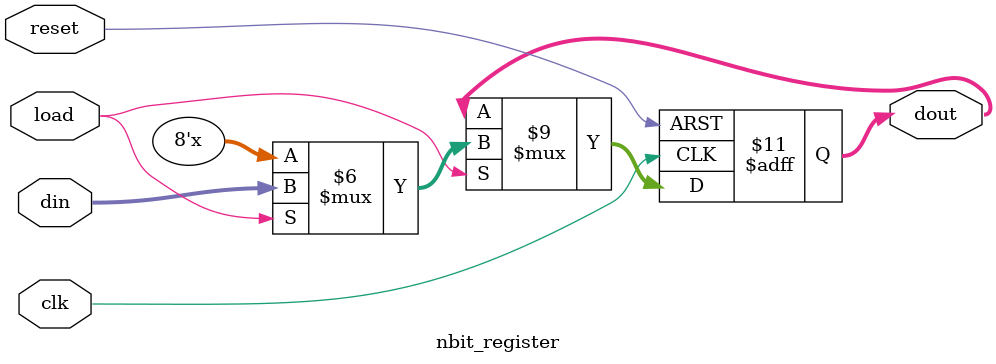
<source format=v>
`timescale 1ns / 1ps


module nbit_register( din, dout, load, clk, reset );
    input[7:0] din;
    input load, clk ,reset;
    output[7:0] dout;
    reg[7:0] dout;
    
    always @( posedge clk or negedge reset)
    begin
        if( reset == 1'b0)
            dout <= 8'b0000_0000;
        else if( load == 1'b0 )
            dout <= dout;
        else if( load == 1'b1 )
            dout <= din;
        else
            dout <= 8'bxxxx_xxxx;
    end
endmodule

</source>
